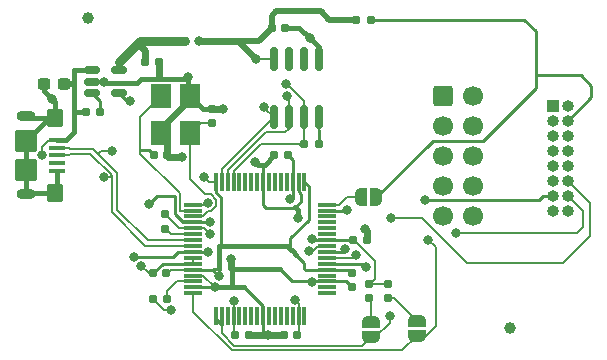
<source format=gbr>
%TF.GenerationSoftware,KiCad,Pcbnew,8.0.5*%
%TF.CreationDate,2024-10-07T14:28:25-07:00*%
%TF.ProjectId,USB_SPII2CK,5553425f-5350-4494-9932-434b2e6b6963,rev?*%
%TF.SameCoordinates,Original*%
%TF.FileFunction,Copper,L1,Top*%
%TF.FilePolarity,Positive*%
%FSLAX46Y46*%
G04 Gerber Fmt 4.6, Leading zero omitted, Abs format (unit mm)*
G04 Created by KiCad (PCBNEW 8.0.5) date 2024-10-07 14:28:25*
%MOMM*%
%LPD*%
G01*
G04 APERTURE LIST*
G04 Aperture macros list*
%AMRoundRect*
0 Rectangle with rounded corners*
0 $1 Rounding radius*
0 $2 $3 $4 $5 $6 $7 $8 $9 X,Y pos of 4 corners*
0 Add a 4 corners polygon primitive as box body*
4,1,4,$2,$3,$4,$5,$6,$7,$8,$9,$2,$3,0*
0 Add four circle primitives for the rounded corners*
1,1,$1+$1,$2,$3*
1,1,$1+$1,$4,$5*
1,1,$1+$1,$6,$7*
1,1,$1+$1,$8,$9*
0 Add four rect primitives between the rounded corners*
20,1,$1+$1,$2,$3,$4,$5,0*
20,1,$1+$1,$4,$5,$6,$7,0*
20,1,$1+$1,$6,$7,$8,$9,0*
20,1,$1+$1,$8,$9,$2,$3,0*%
%AMFreePoly0*
4,1,19,0.500000,-0.750000,0.000000,-0.750000,0.000000,-0.744911,-0.071157,-0.744911,-0.207708,-0.704816,-0.327430,-0.627875,-0.420627,-0.520320,-0.479746,-0.390866,-0.500000,-0.250000,-0.500000,0.250000,-0.479746,0.390866,-0.420627,0.520320,-0.327430,0.627875,-0.207708,0.704816,-0.071157,0.744911,0.000000,0.744911,0.000000,0.750000,0.500000,0.750000,0.500000,-0.750000,0.500000,-0.750000,
$1*%
%AMFreePoly1*
4,1,19,0.000000,0.744911,0.071157,0.744911,0.207708,0.704816,0.327430,0.627875,0.420627,0.520320,0.479746,0.390866,0.500000,0.250000,0.500000,-0.250000,0.479746,-0.390866,0.420627,-0.520320,0.327430,-0.627875,0.207708,-0.704816,0.071157,-0.744911,0.000000,-0.744911,0.000000,-0.750000,-0.500000,-0.750000,-0.500000,0.750000,0.000000,0.750000,0.000000,0.744911,0.000000,0.744911,
$1*%
G04 Aperture macros list end*
%TA.AperFunction,SMDPad,CuDef*%
%ADD10FreePoly0,90.000000*%
%TD*%
%TA.AperFunction,SMDPad,CuDef*%
%ADD11FreePoly1,90.000000*%
%TD*%
%TA.AperFunction,SMDPad,CuDef*%
%ADD12RoundRect,0.100000X-0.575000X0.100000X-0.575000X-0.100000X0.575000X-0.100000X0.575000X0.100000X0*%
%TD*%
%TA.AperFunction,ComponentPad*%
%ADD13O,1.600000X0.900000*%
%TD*%
%TA.AperFunction,SMDPad,CuDef*%
%ADD14RoundRect,0.250000X-0.450000X0.550000X-0.450000X-0.550000X0.450000X-0.550000X0.450000X0.550000X0*%
%TD*%
%TA.AperFunction,SMDPad,CuDef*%
%ADD15RoundRect,0.250000X-0.700000X0.700000X-0.700000X-0.700000X0.700000X-0.700000X0.700000X0.700000X0*%
%TD*%
%TA.AperFunction,SMDPad,CuDef*%
%ADD16RoundRect,0.155000X-0.212500X-0.155000X0.212500X-0.155000X0.212500X0.155000X-0.212500X0.155000X0*%
%TD*%
%TA.AperFunction,SMDPad,CuDef*%
%ADD17RoundRect,0.155000X0.155000X-0.212500X0.155000X0.212500X-0.155000X0.212500X-0.155000X-0.212500X0*%
%TD*%
%TA.AperFunction,SMDPad,CuDef*%
%ADD18RoundRect,0.150000X-0.512500X-0.150000X0.512500X-0.150000X0.512500X0.150000X-0.512500X0.150000X0*%
%TD*%
%TA.AperFunction,SMDPad,CuDef*%
%ADD19RoundRect,0.150000X0.150000X-0.825000X0.150000X0.825000X-0.150000X0.825000X-0.150000X-0.825000X0*%
%TD*%
%TA.AperFunction,SMDPad,CuDef*%
%ADD20RoundRect,0.160000X0.160000X-0.197500X0.160000X0.197500X-0.160000X0.197500X-0.160000X-0.197500X0*%
%TD*%
%TA.AperFunction,SMDPad,CuDef*%
%ADD21RoundRect,0.160000X0.197500X0.160000X-0.197500X0.160000X-0.197500X-0.160000X0.197500X-0.160000X0*%
%TD*%
%TA.AperFunction,ComponentPad*%
%ADD22RoundRect,0.250000X-0.600000X-0.600000X0.600000X-0.600000X0.600000X0.600000X-0.600000X0.600000X0*%
%TD*%
%TA.AperFunction,ComponentPad*%
%ADD23C,1.700000*%
%TD*%
%TA.AperFunction,SMDPad,CuDef*%
%ADD24RoundRect,0.160000X-0.197500X-0.160000X0.197500X-0.160000X0.197500X0.160000X-0.197500X0.160000X0*%
%TD*%
%TA.AperFunction,SMDPad,CuDef*%
%ADD25RoundRect,0.155000X0.212500X0.155000X-0.212500X0.155000X-0.212500X-0.155000X0.212500X-0.155000X0*%
%TD*%
%TA.AperFunction,ComponentPad*%
%ADD26R,1.000000X1.000000*%
%TD*%
%TA.AperFunction,ComponentPad*%
%ADD27O,1.000000X1.000000*%
%TD*%
%TA.AperFunction,SMDPad,CuDef*%
%ADD28FreePoly0,0.000000*%
%TD*%
%TA.AperFunction,SMDPad,CuDef*%
%ADD29FreePoly1,0.000000*%
%TD*%
%TA.AperFunction,SMDPad,CuDef*%
%ADD30RoundRect,0.075000X-0.700000X-0.075000X0.700000X-0.075000X0.700000X0.075000X-0.700000X0.075000X0*%
%TD*%
%TA.AperFunction,SMDPad,CuDef*%
%ADD31RoundRect,0.075000X-0.075000X-0.700000X0.075000X-0.700000X0.075000X0.700000X-0.075000X0.700000X0*%
%TD*%
%TA.AperFunction,SMDPad,CuDef*%
%ADD32R,1.800000X2.100000*%
%TD*%
%TA.AperFunction,SMDPad,CuDef*%
%ADD33RoundRect,0.155000X-0.155000X0.212500X-0.155000X-0.212500X0.155000X-0.212500X0.155000X0.212500X0*%
%TD*%
%TA.AperFunction,SMDPad,CuDef*%
%ADD34C,1.000000*%
%TD*%
%TA.AperFunction,SMDPad,CuDef*%
%ADD35RoundRect,0.160000X-0.160000X0.197500X-0.160000X-0.197500X0.160000X-0.197500X0.160000X0.197500X0*%
%TD*%
%TA.AperFunction,SMDPad,CuDef*%
%ADD36RoundRect,0.237500X-0.300000X-0.237500X0.300000X-0.237500X0.300000X0.237500X-0.300000X0.237500X0*%
%TD*%
%TA.AperFunction,ViaPad*%
%ADD37C,0.800000*%
%TD*%
%TA.AperFunction,Conductor*%
%ADD38C,0.254000*%
%TD*%
%TA.AperFunction,Conductor*%
%ADD39C,0.400000*%
%TD*%
%TA.AperFunction,Conductor*%
%ADD40C,0.200000*%
%TD*%
%TA.AperFunction,Conductor*%
%ADD41C,0.250000*%
%TD*%
%TA.AperFunction,Conductor*%
%ADD42C,0.600000*%
%TD*%
%TA.AperFunction,Conductor*%
%ADD43C,0.500000*%
%TD*%
%TA.AperFunction,Conductor*%
%ADD44C,0.800000*%
%TD*%
G04 APERTURE END LIST*
D10*
%TO.P,J3,1,Pin_1*%
%TO.N,/I2C_SDA*%
X153400000Y-113100000D03*
D11*
%TO.P,J3,2,Pin_2*%
%TO.N,Net-(J3-Pin_2)*%
X153400000Y-111800000D03*
%TD*%
D12*
%TO.P,J4,1,VBUS*%
%TO.N,VBUS*%
X126875000Y-96400000D03*
%TO.P,J4,2,D-*%
%TO.N,/USB-*%
X126875000Y-97050000D03*
%TO.P,J4,3,D+*%
%TO.N,/USB+*%
X126875000Y-97700000D03*
%TO.P,J4,4,ID*%
%TO.N,unconnected-(J4-ID-Pad4)*%
X126875000Y-98350000D03*
%TO.P,J4,5,GND*%
%TO.N,GND*%
X126875000Y-99000000D03*
D13*
%TO.P,J4,6,Shield*%
X124200000Y-94400000D03*
D14*
X126650000Y-94500000D03*
D15*
X124200000Y-96500000D03*
X124200000Y-98900000D03*
D14*
X126650000Y-100900000D03*
D13*
X124200000Y-101000000D03*
%TD*%
D16*
%TO.P,C16,1*%
%TO.N,+3.3V*%
X145032500Y-86900000D03*
%TO.P,C16,2*%
%TO.N,GND*%
X146167500Y-86900000D03*
%TD*%
D17*
%TO.P,C2,1*%
%TO.N,GND*%
X151800000Y-108835000D03*
%TO.P,C2,2*%
%TO.N,Net-(U2-VREGOUT)*%
X151800000Y-107700000D03*
%TD*%
D18*
%TO.P,U1,1,VIN*%
%TO.N,VBUS*%
X129800000Y-90500000D03*
%TO.P,U1,2,GND*%
%TO.N,GND*%
X129800000Y-91450000D03*
%TO.P,U1,3,ON/~{OFF}*%
%TO.N,Net-(U1-ON{slash}~{OFF})*%
X129800000Y-92400000D03*
%TO.P,U1,4,BP*%
%TO.N,Net-(U1-BP)*%
X132075000Y-92400000D03*
%TO.P,U1,5,VOUT*%
%TO.N,Net-(U1-VOUT)*%
X132075000Y-90500000D03*
%TD*%
D19*
%TO.P,U3,1,CS*%
%TO.N,Net-(U2-EECS)*%
X145190000Y-94450000D03*
%TO.P,U3,2,SCLK*%
%TO.N,Net-(U2-EECLK)*%
X146460000Y-94450000D03*
%TO.P,U3,3,DI*%
%TO.N,Net-(U2-EEDATA)*%
X147730000Y-94450000D03*
%TO.P,U3,4,DO*%
%TO.N,Net-(U3-DO)*%
X149000000Y-94450000D03*
%TO.P,U3,5,GND*%
%TO.N,GND*%
X149000000Y-89500000D03*
%TO.P,U3,6,NC*%
%TO.N,unconnected-(U3-NC-Pad6)*%
X147730000Y-89500000D03*
%TO.P,U3,7,NC*%
%TO.N,unconnected-(U3-NC-Pad7)*%
X146460000Y-89500000D03*
%TO.P,U3,8,VCC*%
%TO.N,+3.3V*%
X145190000Y-89500000D03*
%TD*%
D10*
%TO.P,J2,1,Pin_1*%
%TO.N,/I2C_SCL*%
X157300000Y-113000000D03*
D11*
%TO.P,J2,2,Pin_2*%
%TO.N,Net-(J2-Pin_2)*%
X157300000Y-111700000D03*
%TD*%
D20*
%TO.P,R4,1*%
%TO.N,Net-(J3-Pin_2)*%
X153300000Y-109797500D03*
%TO.P,R4,2*%
%TO.N,+3.3V*%
X153300000Y-108602500D03*
%TD*%
D21*
%TO.P,R11,1*%
%TO.N,Net-(U3-DO)*%
X148997500Y-96700000D03*
%TO.P,R11,2*%
%TO.N,Net-(U2-EEDATA)*%
X147802500Y-96700000D03*
%TD*%
D22*
%TO.P,J1,1,Pin_1*%
%TO.N,unconnected-(J1-Pin_1-Pad1)*%
X159500000Y-92640000D03*
D23*
%TO.P,J1,2,Pin_2*%
%TO.N,unconnected-(J1-Pin_2-Pad2)*%
X162040000Y-92640000D03*
%TO.P,J1,3,Pin_3*%
%TO.N,unconnected-(J1-Pin_3-Pad3)*%
X159500000Y-95180000D03*
%TO.P,J1,4,Pin_4*%
%TO.N,unconnected-(J1-Pin_4-Pad4)*%
X162040000Y-95180000D03*
%TO.P,J1,5,Pin_5*%
%TO.N,unconnected-(J1-Pin_5-Pad5)*%
X159500000Y-97720000D03*
%TO.P,J1,6,Pin_6*%
%TO.N,GND*%
X162040000Y-97720000D03*
%TO.P,J1,7,Pin_7*%
%TO.N,unconnected-(J1-Pin_7-Pad7)*%
X159500000Y-100260000D03*
%TO.P,J1,8,Pin_8*%
%TO.N,unconnected-(J1-Pin_8-Pad8)*%
X162040000Y-100260000D03*
%TO.P,J1,9,Pin_9*%
%TO.N,/I2C_SCL*%
X159500000Y-102800000D03*
%TO.P,J1,10,Pin_10*%
%TO.N,/I2C_SDA*%
X162040000Y-102800000D03*
%TD*%
D24*
%TO.P,R10,1*%
%TO.N,+3.3V*%
X152205000Y-86200000D03*
%TO.P,R10,2*%
%TO.N,/~{RESET}*%
X153400000Y-86200000D03*
%TD*%
D25*
%TO.P,C4,1*%
%TO.N,GND*%
X143067500Y-112900000D03*
%TO.P,C4,2*%
%TO.N,+3.3V*%
X141932500Y-112900000D03*
%TD*%
D20*
%TO.P,R3,1*%
%TO.N,Net-(J2-Pin_2)*%
X154900000Y-109800000D03*
%TO.P,R3,2*%
%TO.N,+3.3V*%
X154900000Y-108605000D03*
%TD*%
D25*
%TO.P,C6,1*%
%TO.N,GND*%
X153067500Y-104900000D03*
%TO.P,C6,2*%
%TO.N,+3.3V*%
X151932500Y-104900000D03*
%TD*%
D24*
%TO.P,R2,1*%
%TO.N,VBUS*%
X129305000Y-94000000D03*
%TO.P,R2,2*%
%TO.N,Net-(U1-ON{slash}~{OFF})*%
X130500000Y-94000000D03*
%TD*%
D26*
%TO.P,J6,1,Pin_1*%
%TO.N,unconnected-(J6-Pin_1-Pad1)*%
X168830000Y-93520000D03*
D27*
%TO.P,J6,2,Pin_2*%
%TO.N,unconnected-(J6-Pin_2-Pad2)*%
X170100000Y-93520000D03*
%TO.P,J6,3,Pin_3*%
%TO.N,unconnected-(J6-Pin_3-Pad3)*%
X168830000Y-94790000D03*
%TO.P,J6,4,Pin_4*%
%TO.N,/~{RESET}*%
X170100000Y-94790000D03*
%TO.P,J6,5,Pin_5*%
%TO.N,unconnected-(J6-Pin_5-Pad5)*%
X168830000Y-96060000D03*
%TO.P,J6,6,Pin_6*%
%TO.N,GND*%
X170100000Y-96060000D03*
%TO.P,J6,7,Pin_7*%
%TO.N,unconnected-(J6-Pin_7-Pad7)*%
X168830000Y-97330000D03*
%TO.P,J6,8,Pin_8*%
%TO.N,GND*%
X170100000Y-97330000D03*
%TO.P,J6,9,Pin_9*%
%TO.N,unconnected-(J6-Pin_9-Pad9)*%
X168830000Y-98600000D03*
%TO.P,J6,10,Pin_10*%
%TO.N,GND*%
X170100000Y-98600000D03*
%TO.P,J6,11,Pin_11*%
%TO.N,/SPI_SCK*%
X168830000Y-99870000D03*
%TO.P,J6,12,Pin_12*%
%TO.N,/SPI_SSN*%
X170100000Y-99870000D03*
%TO.P,J6,13,Pin_13*%
%TO.N,/SPI_MISO*%
X168830000Y-101140000D03*
%TO.P,J6,14,Pin_14*%
%TO.N,/SPI_MOSI*%
X170100000Y-101140000D03*
%TO.P,J6,15,Pin_15*%
%TO.N,unconnected-(J6-Pin_15-Pad15)*%
X168830000Y-102410000D03*
%TO.P,J6,16,Pin_16*%
%TO.N,unconnected-(J6-Pin_16-Pad16)*%
X170100000Y-102410000D03*
%TD*%
D24*
%TO.P,R6,1*%
%TO.N,+3.3V*%
X135000000Y-109900000D03*
%TO.P,R6,2*%
%TO.N,Net-(U2-~{RESET})*%
X136195000Y-109900000D03*
%TD*%
D28*
%TO.P,J5,1,Pin_1*%
%TO.N,Net-(J5-Pin_1)*%
X152600000Y-101200000D03*
D29*
%TO.P,J5,2,Pin_2*%
%TO.N,/~{RESET}*%
X153900000Y-101200000D03*
%TD*%
D24*
%TO.P,R1,1*%
%TO.N,Net-(U1-VOUT)*%
X137705000Y-88000000D03*
%TO.P,R1,2*%
%TO.N,+3.3V*%
X138900000Y-88000000D03*
%TD*%
D30*
%TO.P,U2,1,GND*%
%TO.N,GND*%
X138375000Y-101875000D03*
%TO.P,U2,2,OSCI*%
%TO.N,Net-(U2-OSCI)*%
X138375000Y-102375000D03*
%TO.P,U2,3,OSCO*%
%TO.N,Net-(U2-OSCO)*%
X138375000Y-102875000D03*
%TO.P,U2,4,VPHY*%
%TO.N,Net-(U2-VPHY)*%
X138375000Y-103375000D03*
%TO.P,U2,5,GND*%
%TO.N,GND*%
X138375000Y-103875000D03*
%TO.P,U2,6,REF*%
%TO.N,Net-(U2-REF)*%
X138375000Y-104375000D03*
%TO.P,U2,7,DM*%
%TO.N,/USB-*%
X138375000Y-104875000D03*
%TO.P,U2,8,DP*%
%TO.N,/USB+*%
X138375000Y-105375000D03*
%TO.P,U2,9,VPLL*%
%TO.N,Net-(U2-VPLL)*%
X138375000Y-105875000D03*
%TO.P,U2,10,AGND*%
%TO.N,GND*%
X138375000Y-106375000D03*
%TO.P,U2,11,GND*%
X138375000Y-106875000D03*
%TO.P,U2,12,VCORE*%
%TO.N,Net-(U2-VREGOUT)*%
X138375000Y-107375000D03*
%TO.P,U2,13,TEST*%
%TO.N,GND*%
X138375000Y-107875000D03*
%TO.P,U2,14,~{RESET}*%
%TO.N,Net-(U2-~{RESET})*%
X138375000Y-108375000D03*
%TO.P,U2,15,GND*%
%TO.N,GND*%
X138375000Y-108875000D03*
%TO.P,U2,16,ADBUS0*%
%TO.N,/I2C_SCL*%
X138375000Y-109375000D03*
D31*
%TO.P,U2,17,ADBUS1*%
%TO.N,/I2C_SDA*%
X140300000Y-111300000D03*
%TO.P,U2,18,ADBUS2*%
X140800000Y-111300000D03*
%TO.P,U2,19,ADBUS3*%
%TO.N,unconnected-(U2-ADBUS3-Pad19)*%
X141300000Y-111300000D03*
%TO.P,U2,20,VCCIO*%
%TO.N,+3.3V*%
X141800000Y-111300000D03*
%TO.P,U2,21,ADBUS4*%
%TO.N,unconnected-(U2-ADBUS4-Pad21)*%
X142300000Y-111300000D03*
%TO.P,U2,22,ADBUS5*%
%TO.N,unconnected-(U2-ADBUS5-Pad22)*%
X142800000Y-111300000D03*
%TO.P,U2,23,ADBUS6*%
%TO.N,unconnected-(U2-ADBUS6-Pad23)*%
X143300000Y-111300000D03*
%TO.P,U2,24,ADBUS7*%
%TO.N,unconnected-(U2-ADBUS7-Pad24)*%
X143800000Y-111300000D03*
%TO.P,U2,25,GND*%
%TO.N,GND*%
X144300000Y-111300000D03*
%TO.P,U2,26,ACBUS0*%
%TO.N,unconnected-(U2-ACBUS0-Pad26)*%
X144800000Y-111300000D03*
%TO.P,U2,27,ACBUS1*%
%TO.N,unconnected-(U2-ACBUS1-Pad27)*%
X145300000Y-111300000D03*
%TO.P,U2,28,ACBUS2*%
%TO.N,unconnected-(U2-ACBUS2-Pad28)*%
X145800000Y-111300000D03*
%TO.P,U2,29,ACBUS3*%
%TO.N,unconnected-(U2-ACBUS3-Pad29)*%
X146300000Y-111300000D03*
%TO.P,U2,30,ACBUS4*%
%TO.N,unconnected-(U2-ACBUS4-Pad30)*%
X146800000Y-111300000D03*
%TO.P,U2,31,VCCIO*%
%TO.N,+3.3V*%
X147300000Y-111300000D03*
%TO.P,U2,32,ACBUS5*%
%TO.N,unconnected-(U2-ACBUS5-Pad32)*%
X147800000Y-111300000D03*
D30*
%TO.P,U2,33,ACBUS6*%
%TO.N,unconnected-(U2-ACBUS6-Pad33)*%
X149725000Y-109375000D03*
%TO.P,U2,34,ACBUS7*%
%TO.N,unconnected-(U2-ACBUS7-Pad34)*%
X149725000Y-108875000D03*
%TO.P,U2,35,GND*%
%TO.N,GND*%
X149725000Y-108375000D03*
%TO.P,U2,36,~{SUSPEND}*%
%TO.N,unconnected-(U2-~{SUSPEND}-Pad36)*%
X149725000Y-107875000D03*
%TO.P,U2,37,VCORE*%
%TO.N,Net-(U2-VREGOUT)*%
X149725000Y-107375000D03*
%TO.P,U2,38,BDBUS0*%
%TO.N,/SPI_SCK*%
X149725000Y-106875000D03*
%TO.P,U2,39,BDBUS1*%
%TO.N,/SPI_MOSI*%
X149725000Y-106375000D03*
%TO.P,U2,40,BDBUS2*%
%TO.N,/SPI_MISO*%
X149725000Y-105875000D03*
%TO.P,U2,41,BDBUS3*%
%TO.N,/SPI_SSN*%
X149725000Y-105375000D03*
%TO.P,U2,42,VCCIO*%
%TO.N,+3.3V*%
X149725000Y-104875000D03*
%TO.P,U2,43,BDBUS4*%
%TO.N,unconnected-(U2-BDBUS4-Pad43)*%
X149725000Y-104375000D03*
%TO.P,U2,44,BDBUS5*%
%TO.N,unconnected-(U2-BDBUS5-Pad44)*%
X149725000Y-103875000D03*
%TO.P,U2,45,BDBUS6*%
%TO.N,unconnected-(U2-BDBUS6-Pad45)*%
X149725000Y-103375000D03*
%TO.P,U2,46,BDBUS7*%
%TO.N,unconnected-(U2-BDBUS7-Pad46)*%
X149725000Y-102875000D03*
%TO.P,U2,47,GND*%
%TO.N,GND*%
X149725000Y-102375000D03*
%TO.P,U2,48,BCBUS0*%
%TO.N,Net-(J5-Pin_1)*%
X149725000Y-101875000D03*
D31*
%TO.P,U2,49,VREGOUT*%
%TO.N,Net-(U2-VREGOUT)*%
X147800000Y-99950000D03*
%TO.P,U2,50,VREGIN*%
%TO.N,+3.3V*%
X147300000Y-99950000D03*
%TO.P,U2,51,GND*%
%TO.N,GND*%
X146800000Y-99950000D03*
%TO.P,U2,52,BCBUS1*%
%TO.N,unconnected-(U2-BCBUS1-Pad52)*%
X146300000Y-99950000D03*
%TO.P,U2,53,BCBUS2*%
%TO.N,unconnected-(U2-BCBUS2-Pad53)*%
X145800000Y-99950000D03*
%TO.P,U2,54,BCBUS3*%
%TO.N,unconnected-(U2-BCBUS3-Pad54)*%
X145300000Y-99950000D03*
%TO.P,U2,55,BCBUS4*%
%TO.N,unconnected-(U2-BCBUS4-Pad55)*%
X144800000Y-99950000D03*
%TO.P,U2,56,VCCIO*%
%TO.N,+3.3V*%
X144300000Y-99950000D03*
%TO.P,U2,57,BCBUS5*%
%TO.N,unconnected-(U2-BCBUS5-Pad57)*%
X143800000Y-99950000D03*
%TO.P,U2,58,BCBUS6*%
%TO.N,unconnected-(U2-BCBUS6-Pad58)*%
X143300000Y-99950000D03*
%TO.P,U2,59,BCBUS7*%
%TO.N,unconnected-(U2-BCBUS7-Pad59)*%
X142800000Y-99950000D03*
%TO.P,U2,60,~{PWREN}*%
%TO.N,unconnected-(U2-~{PWREN}-Pad60)*%
X142300000Y-99950000D03*
%TO.P,U2,61,EEDATA*%
%TO.N,Net-(U2-EEDATA)*%
X141800000Y-99950000D03*
%TO.P,U2,62,EECLK*%
%TO.N,Net-(U2-EECLK)*%
X141300000Y-99950000D03*
%TO.P,U2,63,EECS*%
%TO.N,Net-(U2-EECS)*%
X140800000Y-99950000D03*
%TO.P,U2,64,VCORE*%
%TO.N,Net-(U2-VREGOUT)*%
X140300000Y-99950000D03*
%TD*%
D25*
%TO.P,C7,1*%
%TO.N,GND*%
X146400000Y-97700000D03*
%TO.P,C7,2*%
%TO.N,+3.3V*%
X145265000Y-97700000D03*
%TD*%
D32*
%TO.P,Y1,1,1*%
%TO.N,Net-(U2-OSCO)*%
X138150000Y-95800000D03*
%TO.P,Y1,2,2*%
%TO.N,GND*%
X138150000Y-92700000D03*
%TO.P,Y1,3,3*%
%TO.N,Net-(U2-OSCI)*%
X135650000Y-92700000D03*
%TO.P,Y1,4,4*%
%TO.N,GND*%
X135650000Y-95800000D03*
%TD*%
D25*
%TO.P,C15,1*%
%TO.N,Net-(U2-VREGOUT)*%
X136100000Y-107700000D03*
%TO.P,C15,2*%
%TO.N,GND*%
X134965000Y-107700000D03*
%TD*%
D33*
%TO.P,C18,1*%
%TO.N,GND*%
X140000000Y-93800000D03*
%TO.P,C18,2*%
%TO.N,Net-(U2-OSCO)*%
X140000000Y-94935000D03*
%TD*%
D34*
%TO.P,FID2,*%
%TO.N,*%
X165200000Y-112300000D03*
%TD*%
D35*
%TO.P,R5,1*%
%TO.N,GND*%
X136000000Y-102705000D03*
%TO.P,R5,2*%
%TO.N,Net-(U2-REF)*%
X136000000Y-103900000D03*
%TD*%
D16*
%TO.P,C5,1*%
%TO.N,GND*%
X146032500Y-112900000D03*
%TO.P,C5,2*%
%TO.N,+3.3V*%
X147167500Y-112900000D03*
%TD*%
D36*
%TO.P,C10,1*%
%TO.N,GND*%
X125737500Y-91700000D03*
%TO.P,C10,2*%
%TO.N,VBUS*%
X127462500Y-91700000D03*
%TD*%
D25*
%TO.P,C17,1*%
%TO.N,GND*%
X136167500Y-97700000D03*
%TO.P,C17,2*%
%TO.N,Net-(U2-OSCI)*%
X135032500Y-97700000D03*
%TD*%
%TO.P,C11,1*%
%TO.N,GND*%
X135467500Y-89800000D03*
%TO.P,C11,2*%
%TO.N,Net-(U1-VOUT)*%
X134332500Y-89800000D03*
%TD*%
D34*
%TO.P,FID1,*%
%TO.N,*%
X129500000Y-86100000D03*
%TD*%
D37*
%TO.N,Net-(U2-VREGOUT)*%
X140536549Y-107920050D03*
X139300000Y-99500000D03*
%TO.N,GND*%
X148238000Y-87762500D03*
X146600000Y-101400000D03*
X139600000Y-101700000D03*
X130800000Y-91500000D03*
X141600000Y-106500000D03*
X151400000Y-102300000D03*
X137400000Y-97800000D03*
X137900000Y-91100000D03*
X139800000Y-104400000D03*
X140200000Y-108875002D03*
X140900000Y-93800000D03*
X148400000Y-108400000D03*
X134000000Y-107100000D03*
X152900000Y-103900000D03*
X144700000Y-112900000D03*
X126450000Y-92950000D03*
%TO.N,+3.3V*%
X143600000Y-98300000D03*
X147015000Y-109940000D03*
X141800000Y-110000000D03*
X138900000Y-88000000D03*
X143700000Y-89500000D03*
X148437000Y-104799000D03*
X136501000Y-110813000D03*
X147235000Y-102966000D03*
%TO.N,Net-(U2-VPLL)*%
X133400000Y-106300000D03*
X139613000Y-105891000D03*
%TO.N,VBUS*%
X125595000Y-97689500D03*
%TO.N,Net-(U1-BP)*%
X133000000Y-93100000D03*
%TO.N,Net-(U2-VPHY)*%
X139771000Y-103312000D03*
X134600000Y-101800000D03*
%TO.N,/USB-*%
X131500000Y-97300000D03*
%TO.N,/USB+*%
X130800000Y-99500000D03*
%TO.N,/I2C_SDA*%
X155022000Y-111282000D03*
%TO.N,/I2C_SCL*%
X158300000Y-104900000D03*
%TO.N,/SPI_MOSI*%
X160600000Y-104300000D03*
X152166000Y-106100000D03*
%TO.N,/SPI_SCK*%
X153000000Y-107125000D03*
%TO.N,/SPI_SSN*%
X155167000Y-102967000D03*
X148200000Y-105800000D03*
%TO.N,/SPI_MISO*%
X158043000Y-101483000D03*
X151217000Y-105625000D03*
%TO.N,Net-(U2-EECS)*%
X144400000Y-93600000D03*
%TO.N,Net-(U2-EECLK)*%
X146300000Y-92700000D03*
%TO.N,Net-(U2-EEDATA)*%
X146200000Y-91700000D03*
%TD*%
D38*
%TO.N,Net-(U2-VREGOUT)*%
X149725000Y-107375000D02*
X147875000Y-107375000D01*
X140532000Y-105400000D02*
X140777000Y-105155000D01*
D39*
X146400000Y-105400000D02*
X146600000Y-105600000D01*
D38*
X140777000Y-105155000D02*
X140777000Y-101272592D01*
D39*
X140532000Y-107300000D02*
X140532000Y-106846000D01*
D40*
X136525000Y-107375000D02*
X138375000Y-107375000D01*
X136200000Y-107700000D02*
X136525000Y-107375000D01*
D38*
X147100000Y-106100000D02*
X146800000Y-105800000D01*
X147800000Y-99950000D02*
X148146000Y-100296000D01*
X147800000Y-107300000D02*
X147800000Y-106800000D01*
D40*
X140300000Y-99950000D02*
X139750000Y-99950000D01*
X139750000Y-99950000D02*
X139300000Y-99500000D01*
D39*
X146600000Y-105600000D02*
X146800000Y-105800000D01*
X140532000Y-105400000D02*
X146400000Y-105400000D01*
D41*
X140064000Y-107314000D02*
X140447000Y-107314000D01*
D39*
X146800000Y-105800000D02*
X147100000Y-106100000D01*
D38*
X151475000Y-107375000D02*
X151800000Y-107700000D01*
D41*
X139991499Y-107375000D02*
X140536549Y-107920050D01*
D38*
X147800000Y-106800000D02*
X147100000Y-106100000D01*
D39*
X140532000Y-106846000D02*
X140532000Y-105400000D01*
D41*
X140532000Y-106846000D02*
X140532000Y-107300000D01*
D38*
X146600000Y-105600000D02*
X146800000Y-105800000D01*
X146600000Y-104700000D02*
X146600000Y-105600000D01*
X148146000Y-100296000D02*
X148146000Y-103154000D01*
X148146000Y-103154000D02*
X146600000Y-104700000D01*
X140300000Y-100795592D02*
X140300000Y-99950000D01*
X140777000Y-101272592D02*
X140300000Y-100795592D01*
D41*
X138375000Y-107375000D02*
X139991499Y-107375000D01*
D38*
X149725000Y-107375000D02*
X151475000Y-107375000D01*
%TO.N,GND*%
X146800000Y-99950000D02*
X146800000Y-98100000D01*
D40*
X137170000Y-103875000D02*
X136000000Y-102705000D01*
D41*
X134965000Y-107700000D02*
X135790000Y-106875000D01*
D38*
X151325000Y-102375000D02*
X151400000Y-102300000D01*
D40*
X139199998Y-107875000D02*
X140200000Y-108875002D01*
X140200000Y-108875002D02*
X139900002Y-108875002D01*
D39*
X124200000Y-101000000D02*
X124200000Y-98900000D01*
D42*
X144300000Y-112900000D02*
X144700000Y-112900000D01*
D39*
X141668000Y-107300000D02*
X145700000Y-107300000D01*
D40*
X138375000Y-103875000D02*
X137170000Y-103875000D01*
D38*
X138375000Y-108875000D02*
X139975000Y-108875000D01*
D42*
X140900000Y-93800000D02*
X140000000Y-93800000D01*
D43*
X135468000Y-90458200D02*
X135468000Y-89800000D01*
D42*
X135468000Y-90458200D02*
X135468000Y-90458700D01*
D38*
X149725000Y-108375000D02*
X148425000Y-108375000D01*
D40*
X138375000Y-103875000D02*
X139275000Y-103875000D01*
D42*
X135468000Y-90458700D02*
X135468000Y-91117500D01*
X141600000Y-106500000D02*
X141600000Y-107232000D01*
D39*
X137850000Y-91250000D02*
X137900000Y-91300000D01*
D38*
X136900000Y-106875000D02*
X138375000Y-106875000D01*
D39*
X141460000Y-108875000D02*
X139975000Y-108875000D01*
X137700000Y-91100000D02*
X137900000Y-91300000D01*
D41*
X135790000Y-106875000D02*
X136900000Y-106875000D01*
D39*
X126650000Y-93150000D02*
X126450000Y-92950000D01*
D38*
X130800000Y-91500000D02*
X130900000Y-91600000D01*
D39*
X130900000Y-91600000D02*
X133600000Y-91600000D01*
D38*
X146800000Y-98100000D02*
X146400000Y-97700000D01*
D39*
X125738000Y-92237500D02*
X125738000Y-91700000D01*
X139250000Y-93800000D02*
X138150000Y-92700000D01*
D42*
X136168000Y-97700000D02*
X136168000Y-96317500D01*
D39*
X141668000Y-108668000D02*
X141668000Y-107400000D01*
X139975000Y-108875000D02*
X140199998Y-108875000D01*
D42*
X136268000Y-97800000D02*
X136168000Y-97700000D01*
D38*
X144300000Y-110454000D02*
X142721000Y-108875000D01*
D40*
X134600000Y-107700000D02*
X134000000Y-107100000D01*
D38*
X148400000Y-108400000D02*
X148375000Y-108375000D01*
D42*
X153068000Y-104900000D02*
X153068000Y-104067000D01*
D38*
X148425000Y-108375000D02*
X148400000Y-108400000D01*
D39*
X126875000Y-99000000D02*
X126875000Y-100675000D01*
D42*
X141600000Y-107232000D02*
X141668000Y-107300000D01*
D39*
X133600000Y-91600000D02*
X133950000Y-91250000D01*
D38*
X130800000Y-91500000D02*
X129850000Y-91500000D01*
D42*
X137400000Y-97800000D02*
X136268000Y-97800000D01*
D38*
X146800000Y-101200000D02*
X146600000Y-101400000D01*
X144300000Y-111300000D02*
X144300000Y-110454000D01*
D40*
X139425000Y-101875000D02*
X139600000Y-101700000D01*
D38*
X151340000Y-108375000D02*
X151800000Y-108835000D01*
D39*
X126650000Y-100900000D02*
X124300000Y-100900000D01*
X126200000Y-94500000D02*
X124300000Y-94500000D01*
D38*
X144300000Y-111300000D02*
X144300000Y-112900000D01*
D42*
X135650000Y-95400000D02*
X138150000Y-92900000D01*
D40*
X138375000Y-106375000D02*
X138375000Y-106875000D01*
D39*
X137900000Y-91100000D02*
X137700000Y-91100000D01*
D43*
X141668000Y-107400000D02*
X141668000Y-107300000D01*
D42*
X144700000Y-112900000D02*
X146032000Y-112900000D01*
D40*
X139275000Y-103875000D02*
X139800000Y-104400000D01*
D39*
X148238000Y-87762700D02*
X147375000Y-86900000D01*
D42*
X153068000Y-104067000D02*
X152900000Y-103900000D01*
D39*
X126450000Y-92950000D02*
X125738000Y-92237500D01*
D40*
X138375000Y-101875000D02*
X139425000Y-101875000D01*
D43*
X135468000Y-90458700D02*
X135468000Y-90458200D01*
X148238000Y-87762500D02*
X148238000Y-87762700D01*
D38*
X146775000Y-108375000D02*
X145700000Y-107300000D01*
D39*
X124200000Y-96500000D02*
X124200000Y-98900000D01*
D38*
X148375000Y-108375000D02*
X146775000Y-108375000D01*
D39*
X137900000Y-91300000D02*
X137900000Y-91100000D01*
X133950000Y-91250000D02*
X137850000Y-91250000D01*
X147375000Y-86900000D02*
X146168000Y-86900000D01*
D42*
X143068000Y-112900000D02*
X144300000Y-112900000D01*
D39*
X140000000Y-93800000D02*
X139250000Y-93800000D01*
D40*
X138375000Y-107875000D02*
X139199998Y-107875000D01*
D39*
X126650000Y-94500000D02*
X126650000Y-93150000D01*
X149000000Y-88525000D02*
X148238000Y-87762700D01*
X141460000Y-108875000D02*
X141668000Y-108668000D01*
D40*
X134965000Y-107700000D02*
X134600000Y-107700000D01*
D39*
X142721000Y-108875000D02*
X141460000Y-108875000D01*
X124200000Y-96500000D02*
X126200000Y-94500000D01*
X140199998Y-108875000D02*
X140200000Y-108875002D01*
D38*
X146800000Y-99950000D02*
X146800000Y-101200000D01*
D39*
X137900000Y-91300000D02*
X137900000Y-92450000D01*
D38*
X149725000Y-102375000D02*
X151325000Y-102375000D01*
D42*
X135468000Y-89800000D02*
X135468000Y-90458200D01*
D39*
X149000000Y-89500000D02*
X149000000Y-88525000D01*
D38*
X149725000Y-108375000D02*
X151340000Y-108375000D01*
D40*
X139900002Y-108875002D02*
X139900000Y-108875000D01*
D38*
%TO.N,+3.3V*%
X144300000Y-99950000D02*
X144300000Y-101900000D01*
X144577000Y-102177000D02*
X146923000Y-102177000D01*
X148512000Y-104875000D02*
X148437000Y-104799000D01*
D40*
X141800000Y-111300000D02*
X141800000Y-112768000D01*
X141800000Y-111300000D02*
X141800000Y-110000000D01*
D43*
X147234000Y-112834000D02*
X147168000Y-112900000D01*
D40*
X153750000Y-108154000D02*
X153750000Y-106623000D01*
X143700000Y-89500000D02*
X145190000Y-89500000D01*
D42*
X138900000Y-88000000D02*
X142200000Y-88000000D01*
D43*
X149200000Y-85500000D02*
X145400000Y-85500000D01*
D40*
X147300000Y-111300000D02*
X147300000Y-112768000D01*
D38*
X147477000Y-100978000D02*
X147300000Y-100801000D01*
X149725000Y-104875000D02*
X151908000Y-104875000D01*
D39*
X143832000Y-98532500D02*
X143600000Y-98300000D01*
D43*
X152205000Y-86200000D02*
X149900000Y-86200000D01*
D38*
X144300000Y-101900000D02*
X144577000Y-102177000D01*
X147000000Y-102100000D02*
X147477000Y-101623000D01*
X146923000Y-102177000D02*
X147000000Y-102100000D01*
X147477000Y-101623000D02*
X147477000Y-100978000D01*
D43*
X143932000Y-88000000D02*
X142200000Y-88000000D01*
D40*
X147300000Y-111300000D02*
X147300000Y-110225000D01*
D42*
X142200000Y-88000000D02*
X143700000Y-89500000D01*
D43*
X145400000Y-85500000D02*
X145032000Y-85867500D01*
D40*
X135913000Y-110813000D02*
X135000000Y-109900000D01*
D39*
X145265000Y-97700000D02*
X144432000Y-98532500D01*
D40*
X136501000Y-110813000D02*
X135913000Y-110813000D01*
X153750000Y-106623000D02*
X152027000Y-104900000D01*
X147300000Y-110225000D02*
X147015000Y-109940000D01*
D43*
X145032000Y-85867500D02*
X145032000Y-86900000D01*
X145032000Y-86900000D02*
X143932000Y-88000000D01*
X149900000Y-86200000D02*
X149200000Y-85500000D01*
D39*
X147000000Y-102100000D02*
X147235000Y-102335000D01*
D38*
X149725000Y-104875000D02*
X148512000Y-104875000D01*
D39*
X147235000Y-102335000D02*
X147235000Y-102966000D01*
D40*
X154900000Y-108605000D02*
X153302000Y-108605000D01*
D39*
X144432000Y-98532500D02*
X143832000Y-98532500D01*
D38*
X144300000Y-98665000D02*
X145265000Y-97700000D01*
D40*
X153301000Y-108604000D02*
X153750000Y-108154000D01*
D38*
X144300000Y-99950000D02*
X144300000Y-98665000D01*
X147300000Y-100801000D02*
X147300000Y-99950000D01*
D41*
%TO.N,Net-(U2-VPLL)*%
X138375000Y-105875000D02*
X139597000Y-105875000D01*
X138375000Y-105875000D02*
X137125000Y-105875000D01*
X139597000Y-105875000D02*
X139613000Y-105891000D01*
X136700000Y-106300000D02*
X133400000Y-106300000D01*
X137125000Y-105875000D02*
X136700000Y-106300000D01*
D39*
%TO.N,VBUS*%
X128300000Y-95700000D02*
X128300000Y-94000000D01*
X128300000Y-90500000D02*
X128300000Y-91700000D01*
D43*
X127462500Y-91700000D02*
X128300000Y-91700000D01*
D39*
X128300000Y-94000000D02*
X129305000Y-94000000D01*
D40*
X125600000Y-97000000D02*
X126200000Y-96400000D01*
D39*
X128300000Y-91700000D02*
X128300000Y-94000000D01*
X127600000Y-96400000D02*
X128300000Y-95700000D01*
D40*
X126200000Y-96400000D02*
X126875000Y-96400000D01*
D39*
X129800000Y-90500000D02*
X128300000Y-90500000D01*
D40*
X125600000Y-97684700D02*
X125600000Y-97000000D01*
D39*
X126875000Y-96400000D02*
X127600000Y-96400000D01*
D40*
X125595000Y-97689500D02*
X125600000Y-97684700D01*
D42*
%TO.N,Net-(U1-VOUT)*%
X132075000Y-90500000D02*
X132075000Y-89825000D01*
X134332000Y-89800000D02*
X134332000Y-88832000D01*
X134332000Y-88832000D02*
X133700000Y-88200000D01*
D43*
X134332000Y-89483700D02*
X134332000Y-89800000D01*
D44*
X132075000Y-89825000D02*
X133900000Y-88000000D01*
X133900000Y-88000000D02*
X137705000Y-88000000D01*
D38*
%TO.N,Net-(U1-BP)*%
X132775000Y-93100000D02*
X132075000Y-92400000D01*
X133000000Y-93100000D02*
X132775000Y-93100000D01*
D41*
%TO.N,Net-(U2-VPHY)*%
X136800000Y-101100000D02*
X135300000Y-101100000D01*
X139709000Y-103375000D02*
X139771000Y-103312000D01*
X138375000Y-103375000D02*
X139709000Y-103375000D01*
X137532000Y-103375000D02*
X136800000Y-102643000D01*
X135300000Y-101100000D02*
X134600000Y-101800000D01*
X136800000Y-102643000D02*
X136800000Y-101100000D01*
X138375000Y-103375000D02*
X137532000Y-103375000D01*
D40*
%TO.N,Net-(U2-OSCI)*%
X133900000Y-94450000D02*
X133900000Y-97274500D01*
X135650000Y-92700000D02*
X133900000Y-94450000D01*
X137225000Y-102325000D02*
X137275000Y-102375000D01*
X133900000Y-97274500D02*
X133900000Y-97599000D01*
X137275000Y-102375000D02*
X138375000Y-102375000D01*
X137225000Y-100924000D02*
X137225000Y-102325000D01*
D41*
X134607000Y-97274500D02*
X135032000Y-97700000D01*
D40*
X133900000Y-97599000D02*
X137225000Y-100924000D01*
D41*
X133900000Y-97274500D02*
X134607000Y-97274500D01*
D40*
%TO.N,Net-(U2-OSCO)*%
X140350000Y-101449462D02*
X139850538Y-100950000D01*
X140350000Y-102010661D02*
X140350000Y-101449462D01*
X139015000Y-94935000D02*
X140000000Y-94935000D01*
X139910661Y-102450000D02*
X140350000Y-102010661D01*
X138150000Y-95800000D02*
X139015000Y-94935000D01*
X139850538Y-100950000D02*
X139415686Y-100950000D01*
X138150000Y-99684314D02*
X138150000Y-95800000D01*
X138375000Y-102875000D02*
X139182000Y-102875000D01*
X139607000Y-102450000D02*
X139910661Y-102450000D01*
X139182000Y-102875000D02*
X139607000Y-102450000D01*
X139415686Y-100950000D02*
X138150000Y-99684314D01*
%TO.N,/USB-*%
X127888000Y-97050000D02*
X126875000Y-97050000D01*
X131500000Y-97300000D02*
X130600000Y-97300000D01*
X129868000Y-97150000D02*
X127988000Y-97150000D01*
X131925000Y-102307000D02*
X131925000Y-99206800D01*
X134518000Y-104900000D02*
X131925000Y-102307000D01*
X137187000Y-104900000D02*
X134518000Y-104900000D01*
X130309000Y-97590900D02*
X129868000Y-97150000D01*
X130600000Y-97300000D02*
X130309000Y-97590900D01*
X137212000Y-104875000D02*
X137187000Y-104900000D01*
X127988000Y-97150000D02*
X127888000Y-97050000D01*
X138375000Y-104875000D02*
X137212000Y-104875000D01*
X131925000Y-99206800D02*
X130309000Y-97590900D01*
%TO.N,/USB+*%
X131475000Y-99393200D02*
X129682000Y-97600000D01*
X134332000Y-105350000D02*
X131475000Y-102493000D01*
X138375000Y-105375000D02*
X137212000Y-105375000D01*
X137212000Y-105375000D02*
X137187000Y-105350000D01*
X131475000Y-102493000D02*
X131475000Y-99393200D01*
X127988000Y-97600000D02*
X127888000Y-97700000D01*
X131368000Y-99500000D02*
X131475000Y-99393200D01*
X137187000Y-105350000D02*
X134332000Y-105350000D01*
X130800000Y-99500000D02*
X131368000Y-99500000D01*
X129682000Y-97600000D02*
X127988000Y-97600000D01*
X127888000Y-97700000D02*
X126875000Y-97700000D01*
%TO.N,/I2C_SDA*%
X140800000Y-112042000D02*
X140800000Y-111300000D01*
X153800000Y-113100000D02*
X155022000Y-111878000D01*
X141817000Y-113800000D02*
X140800000Y-112783000D01*
X152700000Y-113800000D02*
X141817000Y-113800000D01*
X140800000Y-112783000D02*
X140800000Y-112042000D01*
X153400000Y-113100000D02*
X152700000Y-113800000D01*
X155022000Y-111878000D02*
X155022000Y-111282000D01*
D41*
X140800000Y-112042000D02*
X140300000Y-111542000D01*
D40*
%TO.N,/I2C_SCL*%
X158900000Y-105500000D02*
X158300000Y-104900000D01*
X138375000Y-110923686D02*
X138375000Y-109375000D01*
X157300000Y-113000000D02*
X158055000Y-113000000D01*
X158055000Y-113000000D02*
X158900000Y-112155000D01*
X156100000Y-114200000D02*
X141651314Y-114200000D01*
X158900000Y-112155000D02*
X158900000Y-105500000D01*
X157300000Y-113000000D02*
X156100000Y-114200000D01*
X141651314Y-114200000D02*
X138375000Y-110923686D01*
%TO.N,Net-(J2-Pin_2)*%
X155400000Y-109800000D02*
X154900000Y-109800000D01*
X157300000Y-111700000D02*
X155400000Y-109800000D01*
%TO.N,Net-(J3-Pin_2)*%
X153400000Y-111800000D02*
X153400000Y-109898000D01*
D41*
%TO.N,/~{RESET}*%
X166400000Y-86200000D02*
X167400000Y-87200000D01*
X153400000Y-86200000D02*
X166400000Y-86200000D01*
X172100000Y-91800000D02*
X171200000Y-90900000D01*
X158650000Y-96450000D02*
X162950000Y-96450000D01*
X170100000Y-94790000D02*
X172100000Y-92790000D01*
X153900000Y-101200000D02*
X158650000Y-96450000D01*
X167400000Y-87200000D02*
X167400000Y-90900000D01*
X172100000Y-92790000D02*
X172100000Y-91800000D01*
X171200000Y-90900000D02*
X167400000Y-90900000D01*
X162950000Y-96450000D02*
X167400000Y-92000000D01*
X167400000Y-92000000D02*
X167400000Y-90900000D01*
D40*
%TO.N,Net-(J5-Pin_1)*%
X149725000Y-101875000D02*
X150725000Y-101875000D01*
X150725000Y-101875000D02*
X151400000Y-101200000D01*
X151400000Y-101200000D02*
X152600000Y-101200000D01*
%TO.N,/SPI_MOSI*%
X171400000Y-102440000D02*
X171400000Y-103800000D01*
X170100000Y-101140000D02*
X171400000Y-102440000D01*
X151891000Y-106375000D02*
X152166000Y-106100000D01*
X171400000Y-103800000D02*
X170900000Y-104300000D01*
X170900000Y-104300000D02*
X160600000Y-104300000D01*
X149725000Y-106375000D02*
X151891000Y-106375000D01*
D41*
%TO.N,/SPI_SCK*%
X149725000Y-106875000D02*
X152750000Y-106875000D01*
X152750000Y-106875000D02*
X153000000Y-107125000D01*
D40*
%TO.N,/SPI_SSN*%
X148493000Y-105800000D02*
X148918000Y-105375000D01*
X148918000Y-105375000D02*
X149725000Y-105375000D01*
X170100000Y-99870000D02*
X172000000Y-101770000D01*
X172000000Y-101770000D02*
X172000000Y-104500000D01*
X161600000Y-106800000D02*
X157767000Y-102967000D01*
X148200000Y-105800000D02*
X148493000Y-105800000D01*
X157767000Y-102967000D02*
X155167000Y-102967000D01*
X172000000Y-104500000D02*
X169700000Y-106800000D01*
X169700000Y-106800000D02*
X161600000Y-106800000D01*
D41*
%TO.N,/SPI_MISO*%
X168830000Y-101140000D02*
X168003000Y-101140000D01*
X149725000Y-105875000D02*
X150967000Y-105875000D01*
X150967000Y-105875000D02*
X151217000Y-105625000D01*
X167661000Y-101483000D02*
X158043000Y-101483000D01*
X168003000Y-101140000D02*
X167661000Y-101483000D01*
%TO.N,Net-(U1-ON{slash}~{OFF})*%
X130500000Y-93100000D02*
X129800000Y-92400000D01*
X130500000Y-94000000D02*
X130500000Y-93100000D01*
D40*
%TO.N,Net-(U2-REF)*%
X136475000Y-104375000D02*
X136000000Y-103900000D01*
X138375000Y-104375000D02*
X136475000Y-104375000D01*
%TO.N,Net-(U2-~{RESET})*%
X137025000Y-108375000D02*
X136195000Y-109205000D01*
X138375000Y-108375000D02*
X137025000Y-108375000D01*
X136195000Y-109205000D02*
X136195000Y-109900000D01*
%TO.N,Net-(U2-EECS)*%
X140800000Y-99950000D02*
X140800000Y-98865700D01*
X144400000Y-93660000D02*
X145190000Y-94450000D01*
X144400000Y-93600000D02*
X144400000Y-93660000D01*
X140800000Y-98865700D02*
X145190000Y-94475700D01*
%TO.N,Net-(U2-EECLK)*%
X141300000Y-98973700D02*
X144549000Y-95725000D01*
X146460000Y-92860000D02*
X146300000Y-92700000D01*
X141300000Y-99950000D02*
X141300000Y-98973700D01*
X146460000Y-94450000D02*
X146460000Y-92860000D01*
X146175000Y-95725000D02*
X146460000Y-95440000D01*
X144549000Y-95725000D02*
X146175000Y-95725000D01*
X146460000Y-95440000D02*
X146460000Y-94450000D01*
%TO.N,Net-(U2-EEDATA)*%
X147802000Y-96700000D02*
X147802000Y-94522500D01*
X147730000Y-93069300D02*
X146361000Y-91700000D01*
X144139000Y-96700000D02*
X147335000Y-96700000D01*
X147730000Y-94450000D02*
X147730000Y-93069300D01*
X147335000Y-96700000D02*
X147802000Y-96700000D01*
D41*
X147335000Y-96700000D02*
X147802000Y-96700000D01*
D40*
X146361000Y-91700000D02*
X146200000Y-91700000D01*
X141800000Y-99039300D02*
X144139000Y-96700000D01*
X141800000Y-99950000D02*
X141800000Y-99039300D01*
%TO.N,Net-(U3-DO)*%
X148998000Y-95576200D02*
X148998000Y-94452500D01*
D41*
X148998000Y-95576700D02*
X148998000Y-96700000D01*
D40*
X148998000Y-95576700D02*
X148998000Y-95576200D01*
X148998000Y-96700000D02*
X148998000Y-95576700D01*
D41*
X148998000Y-95576200D02*
X148998000Y-95576700D01*
%TD*%
M02*

</source>
